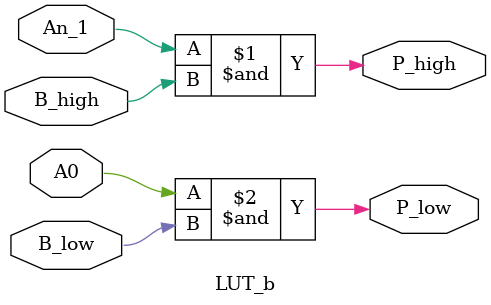
<source format=v>
`timescale 1ns/1ns
module LUT_b(
    input           A0          ,
    input           B_low       ,
    input           An_1        ,
    input           B_high      ,
    output          P_high      ,
    output          P_low       //           
);

   assign P_high = An_1 & B_high;
   assign P_low = A0 & B_low;

endmodule // LUT_b



</source>
